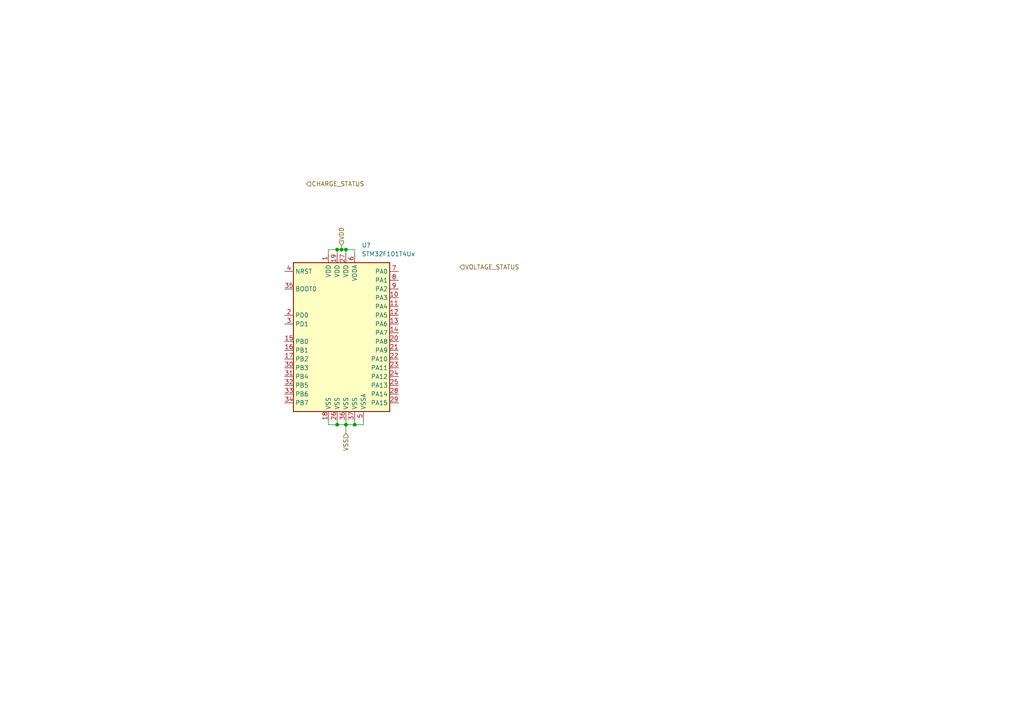
<source format=kicad_sch>
(kicad_sch (version 20211123) (generator eeschema)
  (paper "A4")
  (lib_symbols
    (symbol "MCU_ST_STM32F1:STM32F101T4Ux"
      (property "Reference" "U" (at -15.24 21.59 0))
      (property "Value" "STM32F101T4Ux" (at 5.08 21.59 0))
      (symbol "STM32F101T4Ux_0_1"
        (rectangle (start -15.24 -22.86) (end 12.7 20.32) (stroke (width 0.254)) (fill (type background)))
      )
      (symbol "STM32F101T4Ux_1_1"
        (pin power_in line (at -5.08 22.86 270) (length 2.54) (name "VDD") (number "1"))
        (pin bidirectional line (at 15.24 10.16 180) (length 2.54) (name "PA3") (number "10"))
        (pin bidirectional line (at 15.24 7.62 180) (length 2.54) (name "PA4") (number "11"))
        (pin bidirectional line (at 15.24 5.08 180) (length 2.54) (name "PA5") (number "12"))
        (pin bidirectional line (at 15.24 2.54 180) (length 2.54) (name "PA6") (number "13"))
        (pin bidirectional line (at 15.24 0 180) (length 2.54) (name "PA7") (number "14"))
        (pin bidirectional line (at -17.78 -2.54 0) (length 2.54) (name "PB0") (number "15"))
        (pin bidirectional line (at -17.78 -5.08 0) (length 2.54) (name "PB1") (number "16"))
        (pin bidirectional line (at -17.78 -7.62 0) (length 2.54) (name "PB2") (number "17"))
        (pin power_in line (at -5.08 -25.4 90) (length 2.54) (name "VSS") (number "18"))
        (pin power_in line (at -2.54 22.86 270) (length 2.54) (name "VDD") (number "19"))
        (pin input line (at -17.78 5.08 0) (length 2.54) (name "PD0") (number "2"))
        (pin bidirectional line (at 15.24 -2.54 180) (length 2.54) (name "PA8") (number "20"))
        (pin bidirectional line (at 15.24 -5.08 180) (length 2.54) (name "PA9") (number "21"))
        (pin bidirectional line (at 15.24 -7.62 180) (length 2.54) (name "PA10") (number "22"))
        (pin bidirectional line (at 15.24 -10.16 180) (length 2.54) (name "PA11") (number "23"))
        (pin bidirectional line (at 15.24 -12.7 180) (length 2.54) (name "PA12") (number "24"))
        (pin bidirectional line (at 15.24 -15.24 180) (length 2.54) (name "PA13") (number "25"))
        (pin power_in line (at -2.54 -25.4 90) (length 2.54) (name "VSS") (number "26"))
        (pin power_in line (at 0 22.86 270) (length 2.54) (name "VDD") (number "27"))
        (pin bidirectional line (at 15.24 -17.78 180) (length 2.54) (name "PA14") (number "28"))
        (pin bidirectional line (at 15.24 -20.32 180) (length 2.54) (name "PA15") (number "29"))
        (pin input line (at -17.78 2.54 0) (length 2.54) (name "PD1") (number "3"))
        (pin bidirectional line (at -17.78 -10.16 0) (length 2.54) (name "PB3") (number "30"))
        (pin bidirectional line (at -17.78 -12.7 0) (length 2.54) (name "PB4") (number "31"))
        (pin bidirectional line (at -17.78 -15.24 0) (length 2.54) (name "PB5") (number "32"))
        (pin bidirectional line (at -17.78 -17.78 0) (length 2.54) (name "PB6") (number "33"))
        (pin bidirectional line (at -17.78 -20.32 0) (length 2.54) (name "PB7") (number "34"))
        (pin input line (at -17.78 12.7 0) (length 2.54) (name "BOOT0") (number "35"))
        (pin power_in line (at 0 -25.4 90) (length 2.54) (name "VSS") (number "36"))
        (pin power_in line (at 2.54 -25.4 90) (length 2.54) (name "VSS") (number "37"))
        (pin input line (at -17.78 17.78 0) (length 2.54) (name "NRST") (number "4"))
        (pin power_in line (at 5.08 -25.4 90) (length 2.54) (name "VSSA") (number "5"))
        (pin power_in line (at 2.54 22.86 270) (length 2.54) (name "VDDA") (number "6"))
        (pin bidirectional line (at 15.24 17.78 180) (length 2.54) (name "PA0") (number "7"))
        (pin bidirectional line (at 15.24 15.24 180) (length 2.54) (name "PA1") (number "8"))
        (pin bidirectional line (at 15.24 12.7 180) (length 2.54) (name "PA2") (number "9"))
      )
    )
  )
  (junction (at 100.33 123.19))
  (junction (at 99.06 72.39))
  (junction (at 100.33 72.39))
  (junction (at 102.87 123.19))
  (junction (at 97.79 123.19))
  (junction (at 97.79 72.39))
  (wire (pts (xy 97.79 123.19) (xy 100.33 123.19)))
  (wire (pts (xy 102.87 123.19) (xy 105.41 123.19)))
  (wire (pts (xy 97.79 73.66) (xy 97.79 72.39)))
  (wire (pts (xy 95.25 123.19) (xy 97.79 123.19)))
  (wire (pts (xy 99.06 72.39) (xy 100.33 72.39)))
  (wire (pts (xy 105.41 121.92) (xy 105.41 123.19)))
  (wire (pts (xy 100.33 121.92) (xy 100.33 123.19)))
  (wire (pts (xy 97.79 121.92) (xy 97.79 123.19)))
  (wire (pts (xy 100.33 72.39) (xy 100.33 73.66)))
  (wire (pts (xy 97.79 72.39) (xy 99.06 72.39)))
  (wire (pts (xy 100.33 123.19) (xy 100.33 125.73)))
  (wire (pts (xy 102.87 121.92) (xy 102.87 123.19)))
  (wire (pts (xy 95.25 72.39) (xy 97.79 72.39)))
  (wire (pts (xy 102.87 72.39) (xy 102.87 73.66)))
  (wire (pts (xy 99.06 72.39) (xy 99.06 71.12)))
  (wire (pts (xy 100.33 72.39) (xy 102.87 72.39)))
  (wire (pts (xy 100.33 123.19) (xy 102.87 123.19)))
  (wire (pts (xy 95.25 121.92) (xy 95.25 123.19)))
  (wire (pts (xy 95.25 73.66) (xy 95.25 72.39)))
  (hierarchical_label "CHARGE_STATUS" (shape input) (at 88.9 53.34 0))
  (hierarchical_label "VDD" (shape input) (at 99.06 71.12 90))
  (hierarchical_label "VSS" (shape input) (at 100.33 125.73 270))
  (hierarchical_label "VOLTAGE_STATUS" (shape input) (at 133.35 77.47 0))
  (symbol (lib_id "MCU_ST_STM32F1:STM32F101T4Ux") (at 100.33 96.52 0) (unit 1)
    (property "Reference" "U?" (at 104.8894 71.12 0) (effects (justify left)))
    (property "Value" "STM32F101T4Ux" (at 104.8894 73.66 0) (effects (justify left)))
    (property "Footprint" "Package_DFN_QFN:QFN-36-1EP_6x6mm_P0.5mm_EP4.1x4.1mm" (effects hide))
    (property "Datasheet" "http://www.st.com/st-web-ui/static/active/en/resource/technical/document/datasheet/CD00210837.pdf" (effects hide))
  )
)
</source>
